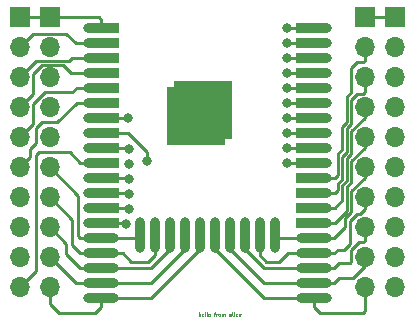
<source format=gtl>
G04 #@! TF.GenerationSoftware,KiCad,Pcbnew,5.1.5*
G04 #@! TF.CreationDate,2020-04-27T00:38:34+01:00*
G04 #@! TF.ProjectId,esp32-wrover-breakout,65737033-322d-4777-926f-7665722d6272,rev?*
G04 #@! TF.SameCoordinates,Original*
G04 #@! TF.FileFunction,Copper,L1,Top*
G04 #@! TF.FilePolarity,Positive*
%FSLAX46Y46*%
G04 Gerber Fmt 4.6, Leading zero omitted, Abs format (unit mm)*
G04 Created by KiCad (PCBNEW 5.1.5) date 2020-04-27 00:38:34*
%MOMM*%
%LPD*%
G04 APERTURE LIST*
%ADD10C,0.050000*%
%ADD11R,2.000000X0.900000*%
%ADD12O,0.900000X3.000000*%
%ADD13R,5.000000X5.000000*%
%ADD14R,1.700000X1.700000*%
%ADD15O,1.700000X1.700000*%
%ADD16C,0.800000*%
%ADD17O,3.000000X0.900000*%
%ADD18C,0.250000*%
G04 APERTURE END LIST*
D10*
X137674571Y-96401714D02*
X137674571Y-96101714D01*
X137803142Y-96401714D02*
X137803142Y-96244571D01*
X137788857Y-96216000D01*
X137760285Y-96201714D01*
X137717428Y-96201714D01*
X137688857Y-96216000D01*
X137674571Y-96230285D01*
X138060285Y-96387428D02*
X138031714Y-96401714D01*
X137974571Y-96401714D01*
X137946000Y-96387428D01*
X137931714Y-96358857D01*
X137931714Y-96244571D01*
X137946000Y-96216000D01*
X137974571Y-96201714D01*
X138031714Y-96201714D01*
X138060285Y-96216000D01*
X138074571Y-96244571D01*
X138074571Y-96273142D01*
X137931714Y-96301714D01*
X138246000Y-96401714D02*
X138217428Y-96387428D01*
X138203142Y-96358857D01*
X138203142Y-96101714D01*
X138403142Y-96401714D02*
X138374571Y-96387428D01*
X138360285Y-96358857D01*
X138360285Y-96101714D01*
X138560285Y-96401714D02*
X138531714Y-96387428D01*
X138517428Y-96373142D01*
X138503142Y-96344571D01*
X138503142Y-96258857D01*
X138517428Y-96230285D01*
X138531714Y-96216000D01*
X138560285Y-96201714D01*
X138603142Y-96201714D01*
X138631714Y-96216000D01*
X138646000Y-96230285D01*
X138660285Y-96258857D01*
X138660285Y-96344571D01*
X138646000Y-96373142D01*
X138631714Y-96387428D01*
X138603142Y-96401714D01*
X138560285Y-96401714D01*
X138974571Y-96201714D02*
X139088857Y-96201714D01*
X139017428Y-96401714D02*
X139017428Y-96144571D01*
X139031714Y-96116000D01*
X139060285Y-96101714D01*
X139088857Y-96101714D01*
X139188857Y-96401714D02*
X139188857Y-96201714D01*
X139188857Y-96258857D02*
X139203142Y-96230285D01*
X139217428Y-96216000D01*
X139246000Y-96201714D01*
X139274571Y-96201714D01*
X139417428Y-96401714D02*
X139388857Y-96387428D01*
X139374571Y-96373142D01*
X139360285Y-96344571D01*
X139360285Y-96258857D01*
X139374571Y-96230285D01*
X139388857Y-96216000D01*
X139417428Y-96201714D01*
X139460285Y-96201714D01*
X139488857Y-96216000D01*
X139503142Y-96230285D01*
X139517428Y-96258857D01*
X139517428Y-96344571D01*
X139503142Y-96373142D01*
X139488857Y-96387428D01*
X139460285Y-96401714D01*
X139417428Y-96401714D01*
X139646000Y-96401714D02*
X139646000Y-96201714D01*
X139646000Y-96230285D02*
X139660285Y-96216000D01*
X139688857Y-96201714D01*
X139731714Y-96201714D01*
X139760285Y-96216000D01*
X139774571Y-96244571D01*
X139774571Y-96401714D01*
X139774571Y-96244571D02*
X139788857Y-96216000D01*
X139817428Y-96201714D01*
X139860285Y-96201714D01*
X139888857Y-96216000D01*
X139903142Y-96244571D01*
X139903142Y-96401714D01*
X140403142Y-96401714D02*
X140403142Y-96244571D01*
X140388857Y-96216000D01*
X140360285Y-96201714D01*
X140303142Y-96201714D01*
X140274571Y-96216000D01*
X140403142Y-96387428D02*
X140374571Y-96401714D01*
X140303142Y-96401714D01*
X140274571Y-96387428D01*
X140260285Y-96358857D01*
X140260285Y-96330285D01*
X140274571Y-96301714D01*
X140303142Y-96287428D01*
X140374571Y-96287428D01*
X140403142Y-96273142D01*
X140588857Y-96401714D02*
X140560285Y-96387428D01*
X140546000Y-96358857D01*
X140546000Y-96101714D01*
X140703142Y-96401714D02*
X140703142Y-96201714D01*
X140703142Y-96101714D02*
X140688857Y-96116000D01*
X140703142Y-96130285D01*
X140717428Y-96116000D01*
X140703142Y-96101714D01*
X140703142Y-96130285D01*
X140974571Y-96387428D02*
X140946000Y-96401714D01*
X140888857Y-96401714D01*
X140860285Y-96387428D01*
X140846000Y-96373142D01*
X140831714Y-96344571D01*
X140831714Y-96258857D01*
X140846000Y-96230285D01*
X140860285Y-96216000D01*
X140888857Y-96201714D01*
X140946000Y-96201714D01*
X140974571Y-96216000D01*
X141217428Y-96387428D02*
X141188857Y-96401714D01*
X141131714Y-96401714D01*
X141103142Y-96387428D01*
X141088857Y-96358857D01*
X141088857Y-96244571D01*
X141103142Y-96216000D01*
X141131714Y-96201714D01*
X141188857Y-96201714D01*
X141217428Y-96216000D01*
X141231714Y-96244571D01*
X141231714Y-96273142D01*
X141088857Y-96301714D01*
D11*
X146930000Y-72009000D03*
X146930000Y-73279000D03*
X146930000Y-74549000D03*
X146930000Y-75819000D03*
X146930000Y-77089000D03*
X146930000Y-78359000D03*
X146930000Y-79629000D03*
X146930000Y-80899000D03*
X146930000Y-82169000D03*
X146930000Y-83439000D03*
X146930000Y-84709000D03*
X146930000Y-85979000D03*
X146930000Y-87249000D03*
X146930000Y-88519000D03*
D12*
X144145000Y-89519000D03*
X142875000Y-89519000D03*
X141605000Y-89519000D03*
X140335000Y-89519000D03*
X139065000Y-89519000D03*
X137795000Y-89519000D03*
X136525000Y-89519000D03*
X135255000Y-89519000D03*
X133985000Y-89519000D03*
X132715000Y-89519000D03*
D11*
X129930000Y-88519000D03*
X129930000Y-87249000D03*
X129930000Y-85979000D03*
X129930000Y-84709000D03*
X129930000Y-83439000D03*
X129930000Y-82169000D03*
X129930000Y-80899000D03*
X129930000Y-79629000D03*
X129930000Y-78359000D03*
X129930000Y-77089000D03*
X129930000Y-75819000D03*
X129930000Y-74549000D03*
X129930000Y-73279000D03*
X129930000Y-72009000D03*
D13*
X137430000Y-79509000D03*
D14*
X154305000Y-71120000D03*
D15*
X154305000Y-73660000D03*
X154305000Y-76200000D03*
X154305000Y-78740000D03*
X154305000Y-81280000D03*
X154305000Y-83820000D03*
X154305000Y-86360000D03*
X154305000Y-88900000D03*
X154305000Y-91440000D03*
X154305000Y-93980000D03*
D14*
X122555000Y-71120000D03*
D15*
X122555000Y-73660000D03*
X122555000Y-76200000D03*
X122555000Y-78740000D03*
X122555000Y-81280000D03*
X122555000Y-83820000D03*
X122555000Y-86360000D03*
X122555000Y-88900000D03*
X122555000Y-91440000D03*
X122555000Y-93980000D03*
D14*
X151765000Y-71120000D03*
D15*
X151765000Y-73660000D03*
X151765000Y-76200000D03*
X151765000Y-78740000D03*
X151765000Y-81280000D03*
X151765000Y-83820000D03*
X151765000Y-86360000D03*
X151765000Y-88900000D03*
X151765000Y-91440000D03*
X151765000Y-93980000D03*
D14*
X125095000Y-71120000D03*
D15*
X125095000Y-73660000D03*
X125095000Y-76200000D03*
X125095000Y-78740000D03*
X125095000Y-81280000D03*
X125095000Y-83820000D03*
X125095000Y-86360000D03*
X125095000Y-88900000D03*
X125095000Y-91440000D03*
X125095000Y-93980000D03*
D16*
X136030000Y-76940000D03*
D13*
X138030000Y-78950000D03*
D17*
X129430000Y-72030000D03*
X129430000Y-73300000D03*
X129430000Y-74570000D03*
X129430000Y-75840000D03*
X129430000Y-77110000D03*
X129430000Y-78380000D03*
X129430000Y-79650000D03*
X129430000Y-80920000D03*
X129430000Y-82190000D03*
X129430000Y-83460000D03*
X129430000Y-84730000D03*
X129430000Y-86000000D03*
X129430000Y-87270000D03*
X129430000Y-88540000D03*
X129430000Y-89840000D03*
X129430000Y-91110000D03*
X129430000Y-92380000D03*
X129430000Y-93650000D03*
X129430000Y-94920000D03*
X147430000Y-94920000D03*
X147430000Y-93650000D03*
X147430000Y-92380000D03*
X147430000Y-91110000D03*
X147430000Y-89840000D03*
X147460000Y-88540000D03*
X147460000Y-87270000D03*
X147460000Y-86000000D03*
X147460000Y-84730000D03*
X147460000Y-83460000D03*
X147460000Y-82190000D03*
X147460000Y-80920000D03*
X147460000Y-79650000D03*
X147460000Y-78380000D03*
X147460000Y-77110000D03*
X147460000Y-75840000D03*
X147460000Y-74570000D03*
X147460000Y-73300000D03*
X147460000Y-72030000D03*
D16*
X136030000Y-77940000D03*
X136030000Y-78940000D03*
X136030000Y-79940000D03*
X136030000Y-80940000D03*
X137030000Y-80940000D03*
X137030000Y-79940000D03*
X137030000Y-78940000D03*
X137030000Y-77940000D03*
X137030000Y-76940000D03*
X139030000Y-76940000D03*
X139030000Y-77940000D03*
X139030000Y-78940000D03*
X139030000Y-79940000D03*
X139030000Y-80940000D03*
X138030000Y-80940000D03*
X138030000Y-79940000D03*
X138030000Y-78940000D03*
X138030000Y-77940000D03*
X138030000Y-76940000D03*
X140030000Y-80940000D03*
X140030000Y-79940000D03*
X140030000Y-78940000D03*
X140030000Y-77940000D03*
X140030000Y-76940000D03*
X131572000Y-88646000D03*
X131826000Y-87376000D03*
X131826000Y-86106000D03*
X131826000Y-84836000D03*
X131826000Y-82296000D03*
X131826000Y-83566000D03*
X133350000Y-83312000D03*
X145161000Y-83439000D03*
X145161000Y-82169000D03*
X145161000Y-80899000D03*
X145161000Y-79629000D03*
X145161000Y-78359000D03*
X145161000Y-77089000D03*
X145161000Y-75819000D03*
X145161000Y-74549000D03*
X145161000Y-73279000D03*
X145161000Y-72009000D03*
X131699000Y-79629000D03*
D18*
X129430000Y-95620000D02*
X129430000Y-94920000D01*
X128880010Y-96169990D02*
X129430000Y-95620000D01*
X125887990Y-96169990D02*
X128880010Y-96169990D01*
X125095000Y-95377000D02*
X125887990Y-96169990D01*
X125095000Y-93980000D02*
X125095000Y-95377000D01*
X127305000Y-93650000D02*
X125095000Y-91440000D01*
X129430000Y-93650000D02*
X127305000Y-93650000D01*
X127680000Y-92380000D02*
X126492000Y-91192000D01*
X129430000Y-92380000D02*
X127680000Y-92380000D01*
X126492000Y-90297000D02*
X125095000Y-88900000D01*
X126492000Y-91192000D02*
X126492000Y-90297000D01*
X127680000Y-91110000D02*
X127000000Y-90430000D01*
X129430000Y-91110000D02*
X127680000Y-91110000D01*
X127000000Y-88265000D02*
X127000000Y-88392000D01*
X125095000Y-86360000D02*
X127000000Y-88265000D01*
X127000000Y-90430000D02*
X127000000Y-88392000D01*
X127508000Y-86233000D02*
X125095000Y-83820000D01*
X127508000Y-89668000D02*
X127508000Y-86233000D01*
X129430000Y-89840000D02*
X127680000Y-89840000D01*
X127680000Y-89840000D02*
X127508000Y-89668000D01*
X129430000Y-88540000D02*
X131720000Y-88540000D01*
X131720000Y-87270000D02*
X131826000Y-87376000D01*
X129430000Y-87270000D02*
X131720000Y-87270000D01*
X131720000Y-86000000D02*
X131826000Y-86106000D01*
X129430000Y-86000000D02*
X131720000Y-86000000D01*
X131720000Y-84730000D02*
X131826000Y-84836000D01*
X129430000Y-84730000D02*
X131720000Y-84730000D01*
X127680000Y-83460000D02*
X126770000Y-82550000D01*
X129430000Y-83460000D02*
X127680000Y-83460000D01*
X126770000Y-82550000D02*
X124206000Y-82550000D01*
X124206000Y-82550000D02*
X123952000Y-82804000D01*
X123952000Y-92583000D02*
X122555000Y-93980000D01*
X123952000Y-82804000D02*
X123952000Y-92583000D01*
X131720000Y-82190000D02*
X131826000Y-82296000D01*
X129430000Y-82190000D02*
X131720000Y-82190000D01*
X131720000Y-80920000D02*
X129430000Y-80920000D01*
X133350000Y-83312000D02*
X133350000Y-82550000D01*
X133350000Y-82550000D02*
X131720000Y-80920000D01*
X122555000Y-83820000D02*
X123444000Y-82931000D01*
X123444000Y-82931000D02*
X123444000Y-82296000D01*
X123444000Y-82296000D02*
X123952000Y-81788000D01*
X123952000Y-81788000D02*
X123952000Y-80518000D01*
X123952000Y-80518000D02*
X124460000Y-80010000D01*
X124460000Y-80010000D02*
X125730000Y-80010000D01*
X127360000Y-78380000D02*
X129430000Y-78380000D01*
X125730000Y-80010000D02*
X127360000Y-78380000D01*
X127360000Y-77110000D02*
X129430000Y-77110000D01*
X127000000Y-77470000D02*
X127360000Y-77110000D01*
X124714000Y-77470000D02*
X127000000Y-77470000D01*
X123698000Y-78486000D02*
X124714000Y-77470000D01*
X122555000Y-81280000D02*
X123698000Y-80137000D01*
X123698000Y-80137000D02*
X123698000Y-78486000D01*
X122555000Y-78740000D02*
X123698000Y-77597000D01*
X123698000Y-77597000D02*
X123698000Y-75946000D01*
X123698000Y-75946000D02*
X124460000Y-75184000D01*
X124460000Y-75184000D02*
X126238000Y-75184000D01*
X126894000Y-75840000D02*
X129430000Y-75840000D01*
X126238000Y-75184000D02*
X126894000Y-75840000D01*
X122555000Y-76200000D02*
X123952000Y-74803000D01*
X123952000Y-74803000D02*
X126746000Y-74803000D01*
X126979000Y-74570000D02*
X129430000Y-74570000D01*
X126746000Y-74803000D02*
X126979000Y-74570000D01*
X122555000Y-73660000D02*
X123698000Y-72517000D01*
X123698000Y-72517000D02*
X126492000Y-72517000D01*
X127275000Y-73300000D02*
X129430000Y-73300000D01*
X126492000Y-72517000D02*
X127275000Y-73300000D01*
X129430000Y-71330000D02*
X129430000Y-72030000D01*
X151765000Y-96012000D02*
X151765000Y-93980000D01*
X151607010Y-96169990D02*
X151765000Y-96012000D01*
X147979990Y-96169990D02*
X151607010Y-96169990D01*
X147430000Y-94920000D02*
X147430000Y-95620000D01*
X147430000Y-95620000D02*
X147979990Y-96169990D01*
X151765000Y-92202000D02*
X151765000Y-91440000D01*
X150749000Y-93218000D02*
X151765000Y-92202000D01*
X149612000Y-93218000D02*
X150749000Y-93218000D01*
X147430000Y-93650000D02*
X149180000Y-93650000D01*
X149180000Y-93650000D02*
X149612000Y-93218000D01*
X149180000Y-92380000D02*
X149612000Y-91948000D01*
X147430000Y-92380000D02*
X149180000Y-92380000D01*
X149612000Y-91948000D02*
X150495000Y-91948000D01*
X150495000Y-91948000D02*
X150622000Y-91821000D01*
X150622000Y-91821000D02*
X150622000Y-90805000D01*
X150622000Y-90805000D02*
X151257000Y-90170000D01*
X151257000Y-90170000D02*
X151638000Y-90170000D01*
X151638000Y-90170000D02*
X151765000Y-90043000D01*
X151765000Y-90043000D02*
X151765000Y-88900000D01*
X151765000Y-87376000D02*
X151765000Y-86360000D01*
X151384000Y-87757000D02*
X151765000Y-87376000D01*
X151130000Y-87757000D02*
X151384000Y-87757000D01*
X149180000Y-91110000D02*
X149485000Y-90805000D01*
X149485000Y-90805000D02*
X149987000Y-90805000D01*
X149987000Y-90805000D02*
X150495000Y-90297000D01*
X147430000Y-91110000D02*
X149180000Y-91110000D01*
X150495000Y-90297000D02*
X150495000Y-88392000D01*
X150495000Y-88392000D02*
X151130000Y-87757000D01*
X150622000Y-85852000D02*
X151765000Y-84709000D01*
X150622000Y-87630000D02*
X150622000Y-85852000D01*
X147430000Y-89840000D02*
X149180000Y-89840000D01*
X149358000Y-89662000D02*
X149358000Y-89656000D01*
X151765000Y-84709000D02*
X151765000Y-83820000D01*
X149358000Y-89656000D02*
X150114000Y-88900000D01*
X150114000Y-88900000D02*
X150114000Y-88138000D01*
X149180000Y-89840000D02*
X149358000Y-89662000D01*
X150114000Y-88138000D02*
X150622000Y-87630000D01*
X149210000Y-88540000D02*
X150241000Y-87509000D01*
X147460000Y-88540000D02*
X149210000Y-88540000D01*
X150241000Y-87509000D02*
X150241000Y-85471000D01*
X150241000Y-85471000D02*
X150622000Y-85090000D01*
X150622000Y-85090000D02*
X150622000Y-83312000D01*
X150622000Y-83312000D02*
X151765000Y-82169000D01*
X151765000Y-82169000D02*
X151765000Y-81280000D01*
X151765000Y-79629000D02*
X151765000Y-78740000D01*
X150622000Y-80772000D02*
X151765000Y-79629000D01*
X150622000Y-82677000D02*
X150622000Y-80772000D01*
X149210000Y-87270000D02*
X149860000Y-86620000D01*
X147460000Y-87270000D02*
X149210000Y-87270000D01*
X149860000Y-86620000D02*
X149860000Y-85344000D01*
X149860000Y-85344000D02*
X150241000Y-84963000D01*
X150241000Y-84963000D02*
X150241000Y-83058000D01*
X150241000Y-83058000D02*
X150622000Y-82677000D01*
X151765000Y-77402081D02*
X151765000Y-76200000D01*
X151570081Y-77597000D02*
X151765000Y-77402081D01*
X151130000Y-77597000D02*
X151570081Y-77597000D01*
X150622000Y-78105000D02*
X151130000Y-77597000D01*
X150622000Y-80137000D02*
X150622000Y-78105000D01*
X150241000Y-80518000D02*
X150622000Y-80137000D01*
X150241000Y-82550000D02*
X150241000Y-80518000D01*
X147460000Y-86000000D02*
X149210000Y-86000000D01*
X149210000Y-86000000D02*
X149479000Y-85731000D01*
X149479000Y-85731000D02*
X149479000Y-85217000D01*
X149479000Y-85217000D02*
X149860000Y-84836000D01*
X149860000Y-84836000D02*
X149860000Y-82931000D01*
X149860000Y-82931000D02*
X150241000Y-82550000D01*
X150241000Y-77851000D02*
X150622000Y-77470000D01*
X150622000Y-77470000D02*
X150622000Y-75438000D01*
X149860000Y-82296000D02*
X149860000Y-80391000D01*
X149479000Y-84461000D02*
X149479000Y-82677000D01*
X149479000Y-82677000D02*
X149860000Y-82296000D01*
X150241000Y-80010000D02*
X150241000Y-77851000D01*
X149860000Y-80391000D02*
X150241000Y-80010000D01*
X149210000Y-84730000D02*
X149479000Y-84461000D01*
X147460000Y-84730000D02*
X149210000Y-84730000D01*
X150622000Y-75438000D02*
X151130000Y-74930000D01*
X151130000Y-74930000D02*
X151638000Y-74930000D01*
X151638000Y-74930000D02*
X151765000Y-74803000D01*
X151765000Y-74803000D02*
X151765000Y-73660000D01*
X147439000Y-83439000D02*
X147460000Y-83460000D01*
X145161000Y-83439000D02*
X147439000Y-83439000D01*
X145182000Y-82190000D02*
X145161000Y-82169000D01*
X147460000Y-82190000D02*
X145182000Y-82190000D01*
X145182000Y-80920000D02*
X145161000Y-80899000D01*
X147460000Y-80920000D02*
X145182000Y-80920000D01*
X145182000Y-79650000D02*
X145161000Y-79629000D01*
X147460000Y-79650000D02*
X145182000Y-79650000D01*
X145182000Y-78380000D02*
X145161000Y-78359000D01*
X147460000Y-78380000D02*
X145182000Y-78380000D01*
X145182000Y-77110000D02*
X145161000Y-77089000D01*
X147460000Y-77110000D02*
X145182000Y-77110000D01*
X145182000Y-75840000D02*
X145161000Y-75819000D01*
X147460000Y-75840000D02*
X145182000Y-75840000D01*
X145182000Y-74570000D02*
X145161000Y-74549000D01*
X147460000Y-74570000D02*
X145182000Y-74570000D01*
X145182000Y-73300000D02*
X145161000Y-73279000D01*
X147460000Y-73300000D02*
X145182000Y-73300000D01*
X145182000Y-72030000D02*
X145161000Y-72009000D01*
X147460000Y-72030000D02*
X145182000Y-72030000D01*
X122555000Y-71120000D02*
X125095000Y-71120000D01*
X154305000Y-71120000D02*
X151765000Y-71120000D01*
X131678000Y-79650000D02*
X131699000Y-79629000D01*
X129430000Y-79650000D02*
X131678000Y-79650000D01*
X129220000Y-71120000D02*
X125095000Y-71120000D01*
X129430000Y-71330000D02*
X129220000Y-71120000D01*
X132394000Y-89840000D02*
X132715000Y-89519000D01*
X129430000Y-89840000D02*
X132394000Y-89840000D01*
X144466000Y-89840000D02*
X144145000Y-89519000D01*
X147430000Y-89840000D02*
X144466000Y-89840000D01*
X133985000Y-89519000D02*
X133985000Y-90769000D01*
X131180000Y-92380000D02*
X129430000Y-92380000D01*
X133644000Y-92380000D02*
X131180000Y-92380000D01*
X135255000Y-90769000D02*
X133644000Y-92380000D01*
X135255000Y-89519000D02*
X135255000Y-90769000D01*
X131180000Y-93650000D02*
X129430000Y-93650000D01*
X133644000Y-93650000D02*
X131180000Y-93650000D01*
X136525000Y-90769000D02*
X133644000Y-93650000D01*
X136525000Y-89519000D02*
X136525000Y-90769000D01*
X131180000Y-94920000D02*
X129430000Y-94920000D01*
X133644000Y-94920000D02*
X131180000Y-94920000D01*
X137795000Y-90769000D02*
X133644000Y-94920000D01*
X137795000Y-89519000D02*
X137795000Y-90769000D01*
X142875000Y-89519000D02*
X142875000Y-90769000D01*
X145680000Y-92380000D02*
X147430000Y-92380000D01*
X143216000Y-92380000D02*
X145680000Y-92380000D01*
X141605000Y-90769000D02*
X143216000Y-92380000D01*
X141605000Y-89519000D02*
X141605000Y-90769000D01*
X145680000Y-93650000D02*
X147430000Y-93650000D01*
X143216000Y-93650000D02*
X145680000Y-93650000D01*
X140335000Y-90769000D02*
X143216000Y-93650000D01*
X140335000Y-89519000D02*
X140335000Y-90769000D01*
X145680000Y-94920000D02*
X147430000Y-94920000D01*
X143216000Y-94920000D02*
X145680000Y-94920000D01*
X139065000Y-90769000D02*
X143216000Y-94920000D01*
X139065000Y-89519000D02*
X139065000Y-90769000D01*
X133985000Y-91269000D02*
X133433000Y-91821000D01*
X133985000Y-89519000D02*
X133985000Y-91269000D01*
X133433000Y-91821000D02*
X131953000Y-91821000D01*
X131242000Y-91110000D02*
X129430000Y-91110000D01*
X131953000Y-91821000D02*
X131242000Y-91110000D01*
X142875000Y-91269000D02*
X143427000Y-91821000D01*
X142875000Y-89519000D02*
X142875000Y-91269000D01*
X143427000Y-91821000D02*
X144526000Y-91821000D01*
X145237000Y-91110000D02*
X147430000Y-91110000D01*
X144526000Y-91821000D02*
X145237000Y-91110000D01*
M02*

</source>
